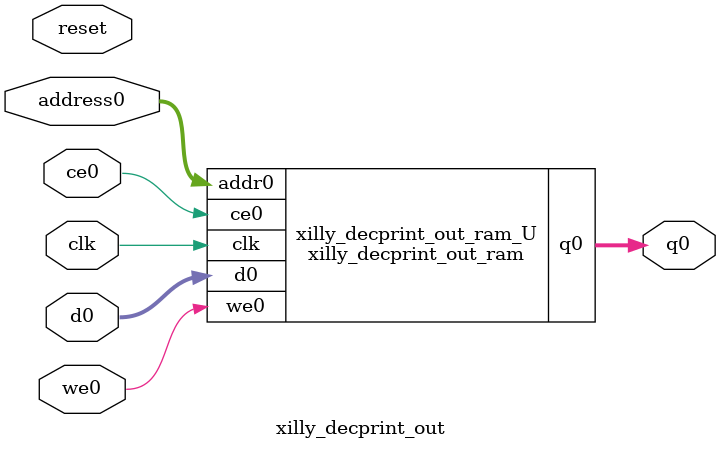
<source format=v>

`timescale 1 ns / 1 ps
module xilly_decprint_out_ram (addr0, ce0, d0, we0, q0,  clk);

parameter DWIDTH = 8;
parameter AWIDTH = 4;
parameter MEM_SIZE = 11;

input[AWIDTH-1:0] addr0;
input ce0;
input[DWIDTH-1:0] d0;
input we0;
output reg[DWIDTH-1:0] q0;
input clk;

(* ram_style = "block" *)reg [DWIDTH-1:0] ram[MEM_SIZE-1:0];




always @(posedge clk)  
begin 
    if (ce0) 
    begin
        if (we0) 
        begin 
            ram[addr0] <= d0; 
            q0 <= d0;
        end 
        else 
            q0 <= ram[addr0];
    end
end


endmodule


`timescale 1 ns / 1 ps
module xilly_decprint_out(
    reset,
    clk,
    address0,
    ce0,
    we0,
    d0,
    q0);

parameter DataWidth = 32'd8;
parameter AddressRange = 32'd11;
parameter AddressWidth = 32'd4;
input reset;
input clk;
input[AddressWidth - 1:0] address0;
input ce0;
input we0;
input[DataWidth - 1:0] d0;
output[DataWidth - 1:0] q0;




xilly_decprint_out_ram xilly_decprint_out_ram_U(
    .clk( clk ),
    .addr0( address0 ),
    .ce0( ce0 ),
    .d0( d0 ),
    .we0( we0 ),
    .q0( q0 ));

endmodule


</source>
